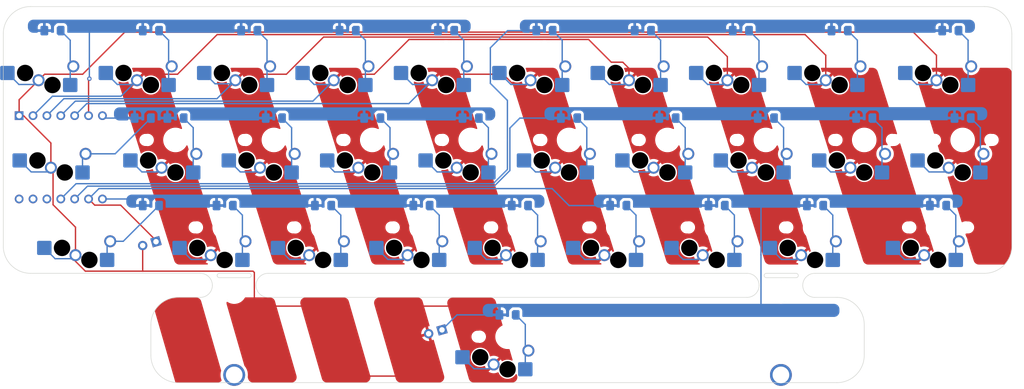
<source format=kicad_pcb>
(kicad_pcb (version 20221018) (generator pcbnew)
  (layers (0 "F.Cu" signal) (31 "B.Cu" signal) (34 "B.Paste" user) (35 "F.Paste" user) (36 "B.SilkS" user "B.Silkscreen") (37 "F.SilkS" user "F.Silkscreen") (38 "B.Mask" user) (39 "F.Mask" user) (44 "Edge.Cuts" user))
  (net 0 "")
  (net 1 "r1")
  (net 2 "Net-(D1-A)")
  (net 3 "Net-(D2-A)")
  (net 4 "Net-(D3-A)")
  (net 5 "Net-(D4-A)")
  (net 6 "Net-(D5-A)")
  (net 7 "r4")
  (net 8 "Net-(D6-A)")
  (net 9 "Net-(D7-A)")
  (net 10 "Net-(D8-A)")
  (net 11 "Net-(D9-A)")
  (net 12 "Net-(D10-A)")
  (net 13 "r2")
  (net 14 "Net-(D11-A)")
  (net 15 "Net-(D12-A)")
  (net 16 "Net-(D13-A)")
  (net 17 "Net-(D14-A)")
  (net 18 "Net-(D15-A)")
  (net 19 "r5")
  (net 20 "Net-(D16-A)")
  (net 21 "Net-(D17-A)")
  (net 22 "Net-(D18-A)")
  (net 23 "Net-(D19-A)")
  (net 24 "Net-(D20-A)")
  (net 25 "r3")
  (net 26 "Net-(D21-A)")
  (net 27 "Net-(D22-A)")
  (net 28 "Net-(D23-A)")
  (net 29 "Net-(D24-A)")
  (net 30 "Net-(D25-A)")
  (net 31 "r6")
  (net 32 "Net-(D26-A)")
  (net 33 "Net-(D27-A)")
  (net 34 "Net-(D28-A)")
  (net 35 "Net-(D29-A)")
  (net 36 "c1")
  (net 37 "c2")
  (net 38 "c3")
  (net 39 "c4")
  (net 40 "c5")
  (net 44 "Net-(D30-A)")
  (footprint "BeiBob:apfel_SW_MX_solder_choc_hotswap_nosilk" (layer "F.Cu") (at 202.5 64)
    (fp_text reference "SW9")
    (fp_text value "choc_SW_HS")
  )
  (footprint "marbastlib-mx:STAB_MX_P_6.25u" (layer "F.Cu") (at 141.75 116 180)
    (fp_text reference "S1" hide)
    (fp_text value "MX_stab")
  )
  (footprint "BeiBob:apfel_SW_MX_solder_choc_hotswap_nosilk" (layer "F.Cu") (at 81 80)
    (fp_text reference "SW12")
    (fp_text value "choc_SW_HS")
  )
  (footprint "BeiBob:apfel_SW_MX_solder_choc_hotswap_nosilk" (layer "F.Cu") (at 65.25 96)
    (fp_text reference "SW21")
    (fp_text value "choc_SW_HS")
  )
  (footprint "BeiBob:apfel_SW_MX_solder_choc_hotswap_nosilk" (layer "F.Cu") (at 141.75 116)
    (fp_text reference "SW30")
    (fp_text value "choc_SW_HS")
  )
  (footprint "BeiBob:apfel_SW_MX_solder_choc_hotswap_nosilk" (layer "F.Cu") (at 184.5 64)
    (fp_text reference "SW8")
    (fp_text value "choc_SW_HS")
  )
  (footprint "BeiBob:apfel_SW_MX_solder_choc_hotswap_nosilk" (layer "F.Cu") (at 117 80)
    (fp_text reference "SW14")
    (fp_text value "choc_SW_HS")
  )
  (footprint "Connector_PinHeader_2.54mm:PinHeader_2x01_P2.54mm_Vertical" (layer "F.Cu") (at 129.754384 114.742692 -163.9)
    (fp_text reference "J1" hide)
    (fp_text value "modular spacebar")
  )
  (footprint "BeiBob:apfel_SW_MX_solder_choc_hotswap_nosilk" (layer "F.Cu") (at 148.5 64)
    (fp_text reference "SW6")
    (fp_text value "choc_SW_HS")
  )
  (footprint "BeiBob:apfel_SW_MX_solder_choc_hotswap_nosilk" (layer "F.Cu") (at 58.5 64)
    (fp_text reference "SW1")
    (fp_text value "choc_SW_HS")
  )
  (footprint "BeiBob:apfel_SW_MX_solder_choc_hotswap_nosilk" (layer "F.Cu") (at 153 80)
    (fp_text reference "SW16")
    (fp_text value "choc_SW_HS")
  )
  (footprint "BeiBob:apfel_SW_MX_solder_choc_hotswap_nosilk" (layer "F.Cu") (at 198 96)
    (fp_text reference "SW28")
    (fp_text value "choc_SW_HS")
  )
  (footprint "BeiBob:apfel_SW_MX_solder_choc_hotswap_nosilk" (layer "F.Cu") (at 60.75 80)
    (fp_text reference "SW11")
    (fp_text value "choc_SW_HS")
  )
  (footprint "BeiBob:apfel_SW_MX_solder_choc_hotswap_nosilk" (layer "F.Cu") (at 222.75 64)
    (fp_text reference "SW10")
    (fp_text value "choc_SW_HS")
  )
  (footprint "BeiBob:apfel_SW_MX_solder_choc_hotswap_nosilk" (layer "F.Cu") (at 225 80)
    (fp_text reference "SW20")
    (fp_text value "choc_SW_HS")
  )
  (footprint "BeiBob:apfel_SW_MX_solder_choc_hotswap_nosilk" (layer "F.Cu") (at 126 96)
    (fp_text reference "SW24")
    (fp_text value "choc_SW_HS")
  )
  (footprint "BeiBob:apfel_SW_MX_solder_choc_hotswap_nosilk" (layer "F.Cu") (at 144 96)
    (fp_text reference "SW25")
    (fp_text value "choc_SW_HS")
  )
  (footprint "BeiBob:apfel_SW_MX_solder_choc_hotswap_nosilk" (layer "F.Cu") (at 220.5 96)
    (fp_text reference "SW29")
    (fp_text value "choc_SW_HS")
  )
  (footprint "BeiBob:apfel_SW_MX_solder_choc_hotswap_nosilk" (layer "F.Cu") (at 90 96)
    (fp_text reference "SW22")
    (fp_text value "choc_SW_HS")
  )
  (footprint "BeiBob:apfel_SW_MX_solder_choc_hotswap_nosilk" (layer "F.Cu") (at 166.5 64)
    (fp_text reference "SW7")
    (fp_text value "choc_SW_HS")
  )
  (footprint "BeiBob:apfel_SW_MX_solder_choc_hotswap_nosilk" (layer "F.Cu") (at 171 80)
    (fp_text reference "SW17")
    (fp_text value "choc_SW_HS")
  )
  (footprint "Connector_PinHeader_2.54mm:PinHeader_2x01_P2.54mm_Vertical" (layer "F.Cu") (at 77.440294 98.614252 -163.9)
    (fp_text reference "J2" hide)
    (fp_text value "connector for modular spacebar")
  )
  (footprint "BeiBob:apfel_SW_MX_solder_choc_hotswap_nosilk" (layer "F.Cu") (at 76.5 64)
    (fp_text reference "SW2")
    (fp_text value "choc_SW_HS")
  )
  (footprint "BeiBob:apfel_SW_MX_solder_choc_hotswap_nosilk" (layer "F.Cu") (at 130.5 64)
    (fp_text reference "SW5")
    (fp_text value "choc_SW_HS")
  )
  (footprint "BeiBob:apfel_SW_MX_solder_choc_hotswap_nosilk" (layer "F.Cu") (at 162 96)
    (fp_text reference "SW26")
    (fp_text value "choc_SW_HS")
  )
  (footprint "BeiBob:apfel_SW_MX_solder_choc_hotswap_nosilk" (layer "F.Cu") (at 108 96)
    (fp_text reference "SW23")
    (fp_text value "choc_SW_HS")
  )
  (footprint "BeiBob:apfel_SW_MX_solder_choc_hotswap_nosilk" (layer "F.Cu") (at 99 80)
    (fp_text reference "SW13")
    (fp_text value "choc_SW_HS")
  )
  (footprint "BeiBob:apfel_SW_MX_solder_choc_hotswap_nosilk" (layer "F.Cu") (at 94.5 64)
    (fp_text reference "SW3")
    (fp_text value "choc_SW_HS")
  )
  (footprint "BeiBob:apfel_SW_MX_solder_choc_hotswap_nosilk" (layer "F.Cu") (at 135 80)
    (fp_text reference "SW15")
    (fp_text value "choc_SW_HS")
  )
  (footprint "BeiBob:apfel_SW_MX_solder_choc_hotswap_nosilk" (layer "F.Cu") (at 112.5 64)
    (fp_text reference "SW4")
    (fp_text value "choc_SW_HS")
  )
  (footprint "BeiBob:apfel_SW_MX_solder_choc_hotswap_nosilk" (layer "F.Cu") (at 207 80)
    (fp_text reference "SW19")
    (fp_text value "choc_SW_HS")
  )
  (footprint "BeiBob:apfel_SW_MX_solder_choc_hotswap_nosilk" (layer "F.Cu") (at 180 96)
    (fp_text reference "SW27")
    (fp_text value "choc_SW_HS")
  )
  (footprint "BeiBob:apfel_SW_MX_solder_choc_hotswap_nosilk" (layer "F.Cu") (at 189 80)
    (fp_text reference "SW18")
    (fp_text value "choc_SW_HS")
  )
  (footprint "apfellib:D_1206_3216Metric_Pad1.42x1.75mm_HandSolder_nosilk" (layer "B.Cu") (at 76.5 92)
    (fp_text reference "D21" hide)
    (fp_text value "1N4148")
  )
  (footprint "apfellib:D_1206_3216Metric_Pad1.42x1.75mm_HandSolder_nosilk" (layer "B.Cu") (at 75.0125 76)
    (fp_text reference "D11" hide)
    (fp_text value "1N4148")
  )
  (footprint "apfellib:D_1206_3216Metric_Pad1.42x1.75mm_HandSolder_nosilk" (layer "B.Cu") (at 222.75 60)
    (fp_text reference "D10" hide)
    (fp_text value "1N4148")
  )
  (footprint "apfellib:D_1206_3216Metric_Pad1.42x1.75mm_HandSolder_nosilk" (layer "B.Cu") (at 180 92)
    (fp_text reference "D27" hide)
    (fp_text value "1N4148")
  )
  (footprint "apfellib:D_1206_3216Metric_Pad1.42x1.75mm_HandSolder_nosilk" (layer "B.Cu") (at 108 92)
    (fp_text reference "D23" hide)
    (fp_text value "1N4148")
  )
  (footprint "apfellib:D_1206_3216Metric_Pad1.42x1.75mm_HandSolder_nosilk" (layer "B.Cu") (at 225 76)
    (fp_text reference "D20" hide)
    (fp_text value "1N4148")
  )
  (footprint "apfellib:D_1206_3216Metric_Pad1.42x1.75mm_HandSolder_nosilk" (layer "B.Cu") (at 166.5 60)
    (fp_text reference "D7" hide)
    (fp_text value "1N4148")
  )
  (footprint "apfellib:D_1206_3216Metric_Pad1.42x1.75mm_HandSolder_nosilk" (layer "B.Cu") (at 126 92)
    (fp_text reference "D24" hide)
    (fp_text value "1N4148")
  )
  (footprint "apfellib:D_1206_3216Metric_Pad1.42x1.75mm_HandSolder_nosilk" (layer "B.Cu") (at 184.426915 60)
    (fp_text reference "D8" hide)
    (fp_text value "1N4148")
  )
  (footprint "apfellib:D_1206_3216Metric_Pad1.42x1.75mm_HandSolder_nosilk" (layer "B.Cu") (at 144 92)
    (fp_text reference "D25" hide)
    (fp_text value "1N4148")
  )
  (footprint "apfellib:D_1206_3216Metric_Pad1.42x1.75mm_HandSolder_nosilk" (layer "B.Cu") (at 207 76)
    (fp_text reference "D19" hide)
    (fp_text value "1N4148")
  )
  (footprint "apfellib:D_1206_3216Metric_Pad1.42x1.75mm_HandSolder_nosilk" (layer "B.Cu") (at 99 76)
    (fp_text reference "D13" hide)
    (fp_text value "1N4148")
  )
  (footprint "apfellib:D_1206_3216Metric_Pad1.42x1.75mm_HandSolder_nosilk" (layer "B.Cu") (at 162 92)
    (fp_text reference "D26" hide)
    (fp_text value "1N4148")
  )
  (footprint "apfellib:D_1206_3216Metric_Pad1.42x1.75mm_HandSolder_nosilk" (layer "B.Cu") (at 117 76)
    (fp_text reference "D14" hide)
    (fp_text value "1N4148")
  )
  (footprint "apfellib:D_1206_3216Metric_Pad1.42x1.75mm_HandSolder_nosilk" (layer "B.Cu") (at 135 76)
    (fp_text reference "D15" hide)
    (fp_text value "1N4148")
  )
  (footprint "apfellib:D_1206_3216Metric_Pad1.42x1.75mm_HandSolder_nosilk" (layer "B.Cu") (at 130.5 60)
    (fp_text reference "D5" hide)
    (fp_text value "1N4148")
  )
  (footprint "apfellib:D_1206_3216Metric_Pad1.42x1.75mm_HandSolder_nosilk" (layer "B.Cu") (at 58.5 60)
    (fp_text reference "D1" hide)
    (fp_text value "1N4148")
  )
  (footprint "apfellib:D_1206_3216Metric_Pad1.42x1.75mm_HandSolder_nosilk" (layer "B.Cu") (at 189 76)
    (fp_text reference "D18" hide)
    (fp_text value "1N4148")
  )
  (footprint "apfellib:D_1206_3216Metric_Pad1.42x1.75mm_HandSolder_nosilk" (layer "B.Cu") (at 90 92)
    (fp_text reference "D22" hide)
    (fp_text value "1N4148")
  )
  (footprint "apfellib:D_1206_3216Metric_Pad1.42x1.75mm_HandSolder_nosilk" (layer "B.Cu") (at 76.5 60)
    (fp_text reference "D2" hide)
    (fp_text value "1N4148")
  )
  (footprint "apfellib:D_1206_3216Metric_Pad1.42x1.75mm_HandSolder_nosilk" (layer "B.Cu") (at 198 92)
    (fp_text reference "D28" hide)
    (fp_text value "1N4148")
  )
  (footprint "apfellib:D_1206_3216Metric_Pad1.42x1.75mm_HandSolder_nosilk" (layer "B.Cu") (at 171 76)
    (fp_text reference "D17" hide)
    (fp_text value "1N4148")
  )
  (footprint "apfellib:D_1206_3216Metric_Pad1.42x1.75mm_HandSolder_nosilk" (layer "B.Cu") (at 153 76)
    (fp_text reference "D16" hide)
    (fp_text value "1N4148")
  )
  (footprint "apfellib:D_1206_3216Metric_Pad1.42x1.75mm_HandSolder_nosilk" (layer "B.Cu") (at 81 76)
    (fp_text reference "D12" hide)
    (fp_text value "1N4148")
  )
  (footprint "apfellib:D_1206_3216Metric_Pad1.42x1.75mm_HandSolder_nosilk" (layer "B.Cu") (at 112.5 60)
    (fp_text reference "D4" hide)
    (fp_text value "1N4148")
  )
  (footprint "BeiBob:apfel-xiao-tht" (layer "B.Cu") (at 60.01996 83.17999 -90)
    (fp_text reference "U1" hide)
    (fp_text value "SeeeduinoXIAO" hide)
  )
  (footprint "apfellib:D_1206_3216Metric_Pad1.42x1.75mm_HandSolder_nosilk" (layer "B.Cu") (at 220.5 92)
    (fp_text reference "D29" hide)
    (fp_text value "1N4148")
  )
  (footprint "apfellib:D_1206_3216Metric_Pad1.42x1.75mm_HandSolder_nosilk" (layer "B.Cu") (at 141.75 112)
    (fp_text reference "D30" hide)
    (fp_text value "1N4148")
  )
  (footprint "apfellib:D_1206_3216Metric_Pad1.42x1.75mm_HandSolder_nosilk" (layer "B.Cu") (at 94.5 60)
    (fp_text reference "D3" hide)
    (fp_text value "1N4148")
  )
  (footprint "apfellib:D_1206_3216Metric_Pad1.42x1.75mm_HandSolder_nosilk" (layer "B.Cu") (at 148.5 60)
    (fp_text reference "D6" hide)
    (fp_text value "1N4148")
  )
  (footprint "apfellib:D_1206_3216Metric_Pad1.42x1.75mm_HandSolder_nosilk" (layer "B.Cu") (at 202.5 60)
    (fp_text reference "D9" hide)
    (fp_text value "1N4148")
  )
  (gr_line (start 185.562 108.8) (end 97.938 108.8) (stroke (width 0.1)) (layer "Edge.Cuts"))
  (gr_arc (start 234 99.4) (mid 232.535534 102.935534) (end 229 104.4) (stroke (width 0.1)) (layer "Edge.Cuts"))
  (gr_line (start 202 108.8) (end 197.95 108.8) (stroke (width 0.1)) (layer "Edge.Cuts"))
  (gr_arc (start 94.4625 104.4) (mid 94.745343 104.517157) (end 94.8625 104.8) (stroke (width 0.1)) (layer "Edge.Cuts"))
  (gr_arc (start 229 55.6) (mid 232.535534 57.064466) (end 234 60.6) (stroke (width 0.1)) (layer "Edge.Cuts"))
  (gr_arc (start 54.5 104.4) (mid 50.964466 102.935534) (end 49.5 99.4) (stroke (width 0.1)) (layer "Edge.Cuts"))
  (gr_arc (start 207 119.4) (mid 205.535534 122.935534) (end 202 124.4) (stroke (width 0.1)) (layer "Edge.Cuts"))
  (gr_arc (start 94.8625 104.8) (mid 94.745343 105.082843) (end 94.4625 105.2) (stroke (width 0.1)) (layer "Edge.Cuts"))
  (gr_arc (start 97.938 108.8) (mid 96.382365 108.155635) (end 95.738 106.6) (stroke (width 0.1)) (layer "Edge.Cuts"))
  (gr_arc (start 195.75 106.6) (mid 196.394365 105.044365) (end 197.95 104.4) (stroke (width 0.1)) (layer "Edge.Cuts"))
  (gr_arc (start 85.55 104.4) (mid 87.105635 105.044365) (end 87.75 106.6) (stroke (width 0.1)) (layer "Edge.Cuts"))
  (gr_line (start 85.55 104.4) (end 54.5 104.4) (stroke (width 0.1)) (layer "Edge.Cuts"))
  (gr_arc (start 202 108.8) (mid 205.535534 110.264466) (end 207 113.8) (stroke (width 0.1)) (layer "Edge.Cuts"))
  (gr_line (start 81.5 108.8) (end 85.55 108.8) (stroke (width 0.1)) (layer "Edge.Cuts"))
  (gr_line (start 54.5 55.6) (end 229 55.6) (stroke (width 0.1)) (layer "Edge.Cuts"))
  (gr_arc (start 87.75 106.6) (mid 87.105635 108.155635) (end 85.55 108.8) (stroke (width 0.1)) (layer "Edge.Cuts"))
  (gr_arc (start 194.5315 104.4) (mid 194.814343 104.517157) (end 194.9315 104.8) (stroke (width 0.1)) (layer "Edge.Cuts"))
  (gr_arc (start 49.5 60.6) (mid 50.964466 57.064466) (end 54.5 55.6) (stroke (width 0.1)) (layer "Edge.Cuts"))
  (gr_line (start 207 113.8) (end 207 119.4) (stroke (width 0.1)) (layer "Edge.Cuts"))
  (gr_line (start 76.5 119.4) (end 76.5 113.8) (stroke (width 0.1)) (layer "Edge.Cuts"))
  (gr_arc (start 197.95 108.8) (mid 196.394365 108.155635) (end 195.75 106.6) (stroke (width 0.1)) (layer "Edge.Cuts"))
  (gr_arc (start 188.6935 104.8) (mid 188.810657 104.517157) (end 189.0935 104.4) (stroke (width 0.1)) (layer "Edge.Cuts"))
  (gr_line (start 49.5 99.4) (end 49.5 60.6) (stroke (width 0.1)) (layer "Edge.Cuts"))
  (gr_line (start 234 60.6) (end 234 99.4) (stroke (width 0.1)) (layer "Edge.Cuts"))
  (gr_arc (start 88.6245 104.8) (mid 88.741657 104.517157) (end 89.0245 104.4) (stroke (width 0.1)) (layer "Edge.Cuts"))
  (gr_arc (start 189.0935 105.2) (mid 188.810657 105.082843) (end 188.6935 104.8) (stroke (width 0.1)) (layer "Edge.Cuts"))
  (gr_line (start 195.75 106.6) (end 195.75 106.6) (stroke (width 0.1)) (layer "Edge.Cuts"))
  (gr_line (start 189.0935 104.4) (end 194.5315 104.4) (stroke (width 0.1)) (layer "Edge.Cuts"))
  (gr_arc (start 89.0245 105.2) (mid 88.741657 105.082843) (end 88.6245 104.8) (stroke (width 0.1)) (layer "Edge.Cuts"))
  (gr_line (start 87.75 106.6) (end 87.75 106.6) (stroke (width 0.1)) (layer "Edge.Cuts"))
  (gr_line (start 89.0245 104.4) (end 94.4625 104.4) (stroke (width 0.1)) (layer "Edge.Cuts"))
  (gr_arc (start 194.9315 104.8) (mid 194.814343 105.082843) (end 194.5315 105.2) (stroke (width 0.1)) (layer "Edge.Cuts"))
  (gr_line (start 185.562 104.4) (end 97.938 104.4) (stroke (width 0.1)) (layer "Edge.Cuts"))
  (gr_arc (start 76.5 113.8) (mid 77.964466 110.264466) (end 81.5 108.8) (stroke (width 0.1)) (layer "Edge.Cuts"))
  (gr_arc (start 81.5 124.4) (mid 77.964466 122.935534) (end 76.5 119.4) (stroke (width 0.1)) (layer "Edge.Cuts"))
  (gr_line (start 202 124.4) (end 81.5 124.4) (stroke (width 0.1)) (layer "Edge.Cuts"))
  (gr_line (start 194.5315 105.2) (end 189.0935 105.2) (stroke (width 0.1)) (layer "Edge.Cuts"))
  (gr_arc (start 95.738 106.6) (mid 96.382365 105.044365) (end 97.938 104.4) (stroke (width 0.1)) (layer "Edge.Cuts"))
  (gr_line (start 94.4625 105.2) (end 89.0245 105.2) (stroke (width 0.1)) (layer "Edge.Cuts"))
  (gr_arc (start 187.762 106.6) (mid 187.117635 108.155635) (end 185.562 108.8) (stroke (width 0.1)) (layer "Edge.Cuts"))
  (gr_line (start 229 104.4) (end 197.95 104.4) (stroke (width 0.1)) (layer "Edge.Cuts"))
  (gr_arc (start 185.562 104.4) (mid 187.117635 105.044365) (end 187.762 106.6) (stroke (width 0.1)) (layer "Edge.Cuts"))
  (segment (start 65.09996 68.95004) (end 65.25 68.8) (width 0.25) (layer "F.Cu") (net 1))
  (segment (start 65.09996 75.55999) (end 65.09996 68.95004) (width 0.25) (layer "F.Cu") (net 1))
  (via (at 65.25 68.8) (size 0.8) (drill 0.4) (layers "F.Cu" "B.Cu") (net 1))
  (segment (start 65.25 60) (end 75.0125 60) (width 0.25) (layer "B.Cu") (net 1))
  (segment (start 65.25 68.8) (end 65.25 60) (width 0.25) (layer "B.Cu") (net 1))
  (segment (start 61.745 61.7575) (end 61.745 69.95) (width 0.25) (layer "B.Cu") (net 2))
  (segment (start 59.9875 60) (end 61.745 61.7575) (width 0.25) (layer "B.Cu") (net 2))
  (segment (start 77.9875 60) (end 79.745 61.7575) (width 0.25) (layer "B.Cu") (net 3))
  (segment (start 79.745 61.7575) (end 79.745 69.95) (width 0.25) (layer "B.Cu") (net 3))
  (segment (start 95.9875 60) (end 97.745 61.7575) (width 0.25) (layer "B.Cu") (net 4))
  (segment (start 97.745 61.7575) (end 97.745 69.95) (width 0.25) (layer "B.Cu") (net 4))
  (segment (start 113.9875 60) (end 115.745 61.7575) (width 0.25) (layer "B.Cu") (net 5))
  (segment (start 115.745 61.7575) (end 115.745 69.95) (width 0.25) (layer "B.Cu") (net 5))
  (segment (start 131.9875 60) (end 133.745 61.7575) (width 0.25) (layer "B.Cu") (net 6))
  (segment (start 133.745 61.7575) (end 133.745 69.95) (width 0.25) (layer "B.Cu") (net 6))
  (segment (start 141.725 85.402316) (end 139.127316 88) (width 0.25) (layer "B.Cu") (net 7))
  (segment (start 141.75 60) (end 138.605 63.145) (width 0.25) (layer "B.Cu") (net 7))
  (segment (start 139.127316 88) (end 62.81995 88) (width 0.25) (layer "B.Cu") (net 7))
  (segment (start 141.725 72.775) (end 141.725 85.402316) (width 0.25) (layer "B.Cu") (net 7))
  (segment (start 62.81995 88) (end 60.01996 90.79999) (width 0.25) (layer "B.Cu") (net 7))
  (segment (start 138.605 63.145) (end 138.605 69.655) (width 0.25) (layer "B.Cu") (net 7))
  (segment (start 147.0125 60) (end 141.75 60) (width 0.25) (layer "B.Cu") (net 7))
  (segment (start 138.605 69.655) (end 141.725 72.775) (width 0.25) (layer "B.Cu") (net 7))
  (segment (start 151.745 61.7575) (end 151.745 69.95) (width 0.25) (layer "B.Cu") (net 8))
  (segment (start 149.9875 60) (end 151.745 61.7575) (width 0.25) (layer "B.Cu") (net 8))
  (segment (start 169.745 61.7575) (end 169.745 69.95) (width 0.25) (layer "B.Cu") (net 9))
  (segment (start 167.9875 60) (end 169.745 61.7575) (width 0.25) (layer "B.Cu") (net 9))
  (segment (start 185.914415 60) (end 187.745 61.830585) (width 0.25) (layer "B.Cu") (net 10))
  (segment (start 187.745 61.830585) (end 187.745 69.95) (width 0.25) (layer "B.Cu") (net 10))
  (segment (start 205.745 61.7575) (end 205.745 69.95) (width 0.25) (layer "B.Cu") (net 11))
  (segment (start 203.9875 60) (end 205.745 61.7575) (width 0.25) (layer "B.Cu") (net 11))
  (segment (start 225.995 61.7575) (end 225.995 69.95) (width 0.25) (layer "B.Cu") (net 12))
  (segment (start 224.2375 60) (end 225.995 61.7575) (width 0.25) (layer "B.Cu") (net 12))
  (segment (start 67.63996 75.55999) (end 68.07997 76) (width 0.25) (layer "B.Cu") (net 13))
  (segment (start 68.07997 76) (end 73.525 76) (width 0.25) (layer "B.Cu") (net 13))
  (segment (start 76.5 76) (end 69.96 82.54) (width 0.25) (layer "B.Cu") (net 14))
  (segment (start 63.995 85.95) (end 63.995 83.105) (width 0.25) (layer "B.Cu") (net 14))
  (segment (start 69.96 82.54) (end 64.56 82.54) (width 0.25) (layer "B.Cu") (net 14))
  (segment (start 63.995 83.105) (end 64.56 82.54) (width 0.25) (layer "B.Cu") (net 14))
  (segment (start 84.245 77.7575) (end 84.245 85.95) (width 0.25) (layer "B.Cu") (net 15))
  (segment (start 82.4875 76) (end 84.245 77.7575) (width 0.25) (layer "B.Cu") (net 15))
  (segment (start 100.4875 76) (end 102.245 77.7575) (width 0.25) (layer "B.Cu") (net 16))
  (segment (start 102.245 77.7575) (end 102.245 85.95) (width 0.25) (layer "B.Cu") (net 16))
  (segment (start 120.245 77.7575) (end 120.245 85.95) (width 0.25) (layer "B.Cu") (net 17))
  (segment (start 118.4875 76) (end 120.245 77.7575) (width 0.25) (layer "B.Cu") (net 17))
  (segment (start 138.245 77.7575) (end 138.245 85.95) (width 0.25) (layer "B.Cu") (net 18))
  (segment (start 136.4875 76) (end 138.245 77.7575) (width 0.25) (layer "B.Cu") (net 18))
  (segment (start 62.55996 90.79999) (end 64.90995 88.45) (width 0.25) (layer "B.Cu") (net 19))
  (segment (start 144 76) (end 151.5125 76) (width 0.25) (layer "B.Cu") (net 19))
  (segment (start 64.90995 88.45) (end 139.313712 88.45) (width 0.25) (layer "B.Cu") (net 19))
  (segment (start 139.313712 88.45) (end 142.175 85.588712) (width 0.25) (layer "B.Cu") (net 19))
  (segment (start 142.175 77.825) (end 144 76) (width 0.25) (layer "B.Cu") (net 19))
  (segment (start 142.175 85.588712) (end 142.175 77.825) (width 0.25) (layer "B.Cu") (net 19))
  (segment (start 154.4875 76) (end 156.245 77.7575) (width 0.25) (layer "B.Cu") (net 20))
  (segment (start 156.245 77.7575) (end 156.245 85.95) (width 0.25) (layer "B.Cu") (net 20))
  (segment (start 174.245 77.7575) (end 174.245 85.95) (width 0.25) (layer "B.Cu") (net 21))
  (segment (start 172.4875 76) (end 174.245 77.7575) (width 0.25) (layer "B.Cu") (net 21))
  (segment (start 190.4875 76) (end 192.245 77.7575) (width 0.25) (layer "B.Cu") (net 22))
  (segment (start 192.245 77.7575) (end 192.245 85.95) (width 0.25) (layer "B.Cu") (net 22))
  (segment (start 210.245 77.7575) (end 210.245 85.95) (width 0.25) (layer "B.Cu") (net 23))
  (segment (start 208.4875 76) (end 210.245 77.7575) (width 0.25) (layer "B.Cu") (net 23))
  (segment (start 226.4875 76) (end 228.245 77.7575) (width 0.25) (layer "B.Cu") (net 24))
  (segment (start 228.245 77.7575) (end 228.245 85.95) (width 0.25) (layer "B.Cu") (net 24))
  (segment (start 67.63996 90.79999) (end 73.81249 90.79999) (width 0.25) (layer "B.Cu") (net 25))
  (segment (start 68.495 99.105) (end 69.06 98.54) (width 0.25) (layer "B.Cu") (net 26))
  (segment (start 71.4475 98.54) (end 69.06 98.54) (width 0.25) (layer "B.Cu") (net 26))
  (segment (start 77.9875 92) (end 71.4475 98.54) (width 0.25) (layer "B.Cu") (net 26))
  (segment (start 68.495 101.95) (end 68.495 99.105) (width 0.25) (layer "B.Cu") (net 26))
  (segment (start 93.245 93.7575) (end 93.245 101.95) (width 0.25) (layer "B.Cu") (net 27))
  (segment (start 91.4875 92) (end 93.245 93.7575) (width 0.25) (layer "B.Cu") (net 27))
  (segment (start 111.245 93.7575) (end 111.245 101.95) (width 0.25) (layer "B.Cu") (net 28))
  (segment (start 109.4875 92) (end 111.245 93.7575) (width 0.25) (layer "B.Cu") (net 28))
  (segment (start 127.4875 92) (end 129.245 93.7575) (width 0.25) (layer "B.Cu") (net 29))
  (segment (start 129.245 93.7575) (end 129.245 101.95) (width 0.25) (layer "B.Cu") (net 29))
  (segment (start 145.4875 92) (end 147.245 93.7575) (width 0.25) (layer "B.Cu") (net 30))
  (segment (start 147.245 93.7575) (end 147.245 101.95) (width 0.25) (layer "B.Cu") (net 30))
  (segment (start 77.440294 98.400294) (end 70.96499 91.92499) (width 0.25) (layer "F.Cu") (net 31))
  (segment (start 77.440294 98.614252) (end 77.440294 98.400294) (width 0.25) (layer "F.Cu") (net 31))
  (segment (start 66.22496 91.92499) (end 65.09996 90.79999) (width 0.25) (layer "F.Cu") (net 31))
  (segment (start 70.96499 91.92499) (end 66.22496 91.92499) (width 0.25) (layer "F.Cu") (net 31))
  (segment (start 188.11 101.037316) (end 188.11 111.44) (width 0.25) (layer "B.Cu") (net 31))
  (segment (start 188.11 98.462684) (end 188.105 98.467684) (width 0.25) (layer "B.Cu") (net 31))
  (segment (start 188.105 98.467684) (end 188.105 101.032316) (width 0.25) (layer "B.Cu") (net 31))
  (segment (start 65.09996 90.79999) (end 66.99995 88.9) (width 0.25) (layer "B.Cu") (net 31))
  (segment (start 132.497076 112) (end 140.2625 112) (width 0.25) (layer "B.Cu") (net 31))
  (segment (start 153 92) (end 160.5125 92) (width 0.25) (layer "B.Cu") (net 31))
  (segment (start 129.754384 114.742692) (end 132.497076 112) (width 0.25) (layer "B.Cu") (net 31))
  (segment (start 149.9 88.9) (end 153 92) (width 0.25) (layer "B.Cu") (net 31))
  (segment (start 188.105 101.032316) (end 188.11 101.037316) (width 0.25) (layer "B.Cu") (net 31))
  (segment (start 66.99995 88.9) (end 149.9 88.9) (width 0.25) (layer "B.Cu") (net 31))
  (segment (start 188.11 91.93) (end 188.11 98.462684) (width 0.25) (layer "B.Cu") (net 31))
  (segment (start 163.4875 92) (end 165.245 93.7575) (width 0.25) (layer "B.Cu") (net 32))
  (segment (start 165.245 93.7575) (end 165.245 101.95) (width 0.25) (layer "B.Cu") (net 32))
  (segment (start 181.4875 92) (end 183.245 93.7575) (width 0.25) (layer "B.Cu") (net 33))
  (segment (start 183.245 93.7575) (end 183.245 101.95) (width 0.25) (layer "B.Cu") (net 33))
  (segment (start 201.245 93.7575) (end 201.245 101.95) (width 0.25) (layer "B.Cu") (net 34))
  (segment (start 199.4875 92) (end 201.245 93.7575) (width 0.25) (layer "B.Cu") (net 34))
  (segment (start 223.745 93.7575) (end 223.745 101.95) (width 0.25) (layer "B.Cu") (net 35))
  (segment (start 221.9875 92) (end 223.745 93.7575) (width 0.25) (layer "B.Cu") (net 35))
  (segment (start 64.506928 104) (end 95.18 104) (width 0.25) (layer "F.Cu") (net 36))
  (segment (start 113.59944 123.2) (end 124.900559 123.2) (width 0.25) (layer "F.Cu") (net 36))
  (segment (start 64.025 67.975) (end 71.725 60.275) (width 0.25) (layer "F.Cu") (net 36))
  (segment (start 57.065 67.975) (end 64.025 67.975) (width 0.25) (layer "F.Cu") (net 36))
  (segment (start 95.43 104.25) (end 95.43 109.35) (width 0.25) (layer "F.Cu") (net 36))
  (segment (start 62.71 101.08) (end 62.71 102.203072) (width 0.25) (layer "F.Cu") (net 36))
  (segment (start 215.975 60.275) (end 220.21 64.51) (width 0.25) (layer "F.Cu") (net 36))
  (segment (start 58.60496 91.85496) (end 62.71 95.96) (width 0.25) (layer "F.Cu") (net 36))
  (segment (start 122.59944 110.4) (end 133.900559 110.4) (width 0.25) (layer "F.Cu") (net 36))
  (segment (start 55.96 69.08) (end 57.065 67.975) (width 0.25) (layer "F.Cu") (net 36))
  (segment (start 58.60496 85.47496) (end 58.60496 91.85496) (width 0.25) (layer "F.Cu") (net 36))
  (segment (start 53.19996 75.55999) (end 58.21 80.57003) (width 0.25) (layer "F.Cu") (net 36))
  (segment (start 62.71 102.203072) (end 64.506928 104) (width 0.25) (layer "F.Cu") (net 36))
  (segment (start 95.18 104) (end 95.43 104.25) (width 0.25) (layer "F.Cu") (net 36))
  (segment (start 58.21 80.57003) (end 58.21 85.08) (width 0.25) (layer "F.Cu") (net 36))
  (segment (start 52.39996 72.64004) (end 52.39996 75.55999) (width 0.25) (layer "F.Cu") (net 36))
  (segment (start 220.21 64.51) (end 220.21 69.08) (width 0.25) (layer "F.Cu") (net 36))
  (segment (start 71.725 60.275) (end 215.975 60.275) (width 0.25) (layer "F.Cu") (net 36))
  (segment (start 58.21 85.08) (end 58.60496 85.47496) (width 0.25) (layer "F.Cu") (net 36))
  (segment (start 62.71 95.96) (end 62.71 101.08) (width 0.25) (layer "F.Cu") (net 36))
  (segment (start 74.999915 99.318631) (end 75 99.318716) (width 0.25) (layer "F.Cu") (net 36))
  (segment (start 75 99.318716) (end 75 104) (width 0.25) (layer "F.Cu") (net 36))
  (segment (start 95.43 109.35) (end 96.48 110.4) (width 0.25) (layer "F.Cu") (net 36))
  (segment (start 96.48 110.4) (end 109.05 110.4) (width 0.25) (layer "F.Cu") (net 36))
  (segment (start 52.39996 75.55999) (end 53.19996 75.55999) (width 0.25) (layer "F.Cu") (net 36))
  (segment (start 55.96 69.08) (end 52.39996 72.64004) (width 0.25) (layer "F.Cu") (net 36))
  (segment (start 221.684673 85.855327) (end 222.46 85.08) (width 0.25) (layer "B.Cu") (net 36))
  (segment (start 216.610327 69.855327) (end 219.434673 69.855327) (width 0.25) (layer "B.Cu") (net 36))
  (segment (start 52.505 83.75) (end 54.610327 85.855327) (width 0.25) (layer "B.Cu") (net 36))
  (segment (start 214.505 67.75) (end 216.610327 69.855327) (width 0.25) (layer "B.Cu") (net 36))
  (segment (start 138.434673 121.855327) (end 139.21 121.08) (width 0.25) (layer "B.Cu") (net 36))
  (segment (start 55.184673 69.855327) (end 55.96 69.08) (width 0.25) (layer "B.Cu") (net 36))
  (segment (start 219.434673 69.855327) (end 220.21 69.08) (width 0.25) (layer "B.Cu") (net 36))
  (segment (start 216.755 83.75) (end 218.860327 85.855327) (width 0.25) (layer "B.Cu") (net 36))
  (segment (start 52.360327 69.855327) (end 55.184673 69.855327) (width 0.25) (layer "B.Cu") (net 36))
  (segment (start 133.505 119.75) (end 135.610327 121.855327) (width 0.25) (layer "B.Cu") (net 36))
  (segment (start 218.860327 85.855327) (end 221.684673 85.855327) (width 0.25) (layer "B.Cu") (net 36))
  (segment (start 57.434673 85.855327) (end 58.21 85.08) (width 0.25) (layer "B.Cu") (net 36))
  (segment (start 54.610327 85.855327) (end 57.434673 85.855327) (width 0.25) (layer "B.Cu") (net 36))
  (segment (start 50.255 67.75) (end 52.360327 69.855327) (width 0.25) (layer "B.Cu") (net 36))
  (segment (start 57.005 99.75) (end 58.98 101.725) (width 0.25) (layer "B.Cu") (net 36))
  (segment (start 58.98 101.725) (end 62.065 101.725) (width 0.25) (layer "B.Cu") (net 36))
  (segment (start 62.065 101.725) (end 62.71 101.08) (width 0.25) (layer "B.Cu") (net 36))
  (segment (start 135.610327 121.855327) (end 138.434673 121.855327) (width 0.25) (layer "B.Cu") (net 36))
  (segment (start 73.96 69.08) (end 75.065 67.975) (width 0.25) (layer "F.Cu") (net 37))
  (segment (start 88.625 60.725) (end 196.175 60.725) (width 0.25) (layer "F.Cu") (net 37))
  (segment (start 199.96 64.51) (end 199.96 69.08) (width 0.25) (layer "F.Cu") (net 37))
  (segment (start 81.375 67.975) (end 88.625 60.725) (width 0.25) (layer "F.Cu") (net 37))
  (segment (start 75.065 67.975) (end 81.375 67.975) (width 0.25) (layer "F.Cu") (net 37))
  (segment (start 196.175 60.725) (end 199.96 64.51) (width 0.25) (layer "F.Cu") (net 37))
  (segment (start 70.360327 69.855327) (end 73.184673 69.855327) (width 0.25) (layer "B.Cu") (net 37))
  (segment (start 212.255 99.75) (end 214.360327 101.855327) (width 0.25) (layer "B.Cu") (net 37))
  (segment (start 72.755 83.75) (end 74.860327 85.855327) (width 0.25) (layer "B.Cu") (net 37))
  (segment (start 68.255 67.75) (end 70.360327 69.855327) (width 0.25) (layer "B.Cu") (net 37))
  (segment (start 73.96 69.08) (end 71.04 72) (width 0.25) (layer "B.Cu") (net 37))
  (segment (start 81.755 99.75) (end 83.860327 101.855327) (width 0.25) (layer "B.Cu") (net 37))
  (segment (start 74.860327 85.855327) (end 77.684673 85.855327) (width 0.25) (layer "B.Cu") (net 37))
  (segment (start 58.49995 72) (end 54.93996 75.55999) (width 0.25) (layer "B.Cu") (net 37))
  (segment (start 214.360327 101.855327) (end 217.184673 101.855327) (width 0.25) (layer "B.Cu") (net 37))
  (segment (start 86.684673 101.855327) (end 87.46 101.08) (width 0.25) (layer "B.Cu") (net 37))
  (segment (start 217.184673 101.855327) (end 217.96 101.08) (width 0.25) (layer "B.Cu") (net 37))
  (segment (start 200.860327 85.855327) (end 203.684673 85.855327) (width 0.25) (layer "B.Cu") (net 37))
  (segment (start 77.684673 85.855327) (end 78.46 85.08) (width 0.25) (layer "B.Cu") (net 37))
  (segment (start 198.755 83.75) (end 200.860327 85.855327) (width 0.25) (layer "B.Cu") (net 37))
  (segment (start 199.184673 69.855327) (end 199.96 69.08) (width 0.25) (layer "B.Cu") (net 37))
  (segment (start 83.860327 101.855327) (end 86.684673 101.855327) (width 0.25) (layer "B.Cu") (net 37))
  (segment (start 196.360327 69.855327) (end 199.184673 69.855327) (width 0.25) (layer "B.Cu") (net 37))
  (segment (start 71.04 72) (end 58.49995 72) (width 0.25) (layer "B.Cu") (net 37))
  (segment (start 194.255 67.75) (end 196.360327 69.855327) (width 0.25) (layer "B.Cu") (net 37))
  (segment (start 73.184673 69.855327) (end 73.96 69.08) (width 0.25) (layer "B.Cu") (net 37))
  (segment (start 203.684673 85.855327) (end 204.46 85.08) (width 0.25) (layer "B.Cu") (net 37))
  (segment (start 101.292588 67.975) (end 108.092588 61.175) (width 0.25) (layer "F.Cu") (net 38))
  (segment (start 178.362767 61.175) (end 181.96 64.772233) (width 0.25) (layer "F.Cu") (net 38))
  (segment (start 91.96 69.08) (end 93.065 67.975) (width 0.25) (layer "F.Cu") (net 38))
  (segment (start 93.065 67.975) (end 101.292588 67.975) (width 0.25) (layer "F.Cu") (net 38))
  (segment (start 181.96 64.772233) (end 181.96 69.08) (width 0.25) (layer "F.Cu") (net 38))
  (segment (start 108.092588 61.175) (end 178.362767 61.175) (width 0.25) (layer "F.Cu") (net 38))
  (segment (start 99.755 99.75) (end 101.860327 101.855327) (width 0.25) (layer "B.Cu") (net 38))
  (segment (start 191.860327 101.855327) (end 194.684673 101.855327) (width 0.25) (layer "B.Cu") (net 38))
  (segment (start 178.360327 69.855327) (end 181.184673 69.855327) (width 0.25) (layer "B.Cu") (net 38))
  (segment (start 92.860327 85.855327) (end 95.684673 85.855327) (width 0.25) (layer "B.Cu") (net 38))
  (segment (start 194.684673 101.855327) (end 195.46 101.08) (width 0.25) (layer "B.Cu") (net 38))
  (segment (start 86.255 67.75) (end 88.23 69.725) (width 0.25) (layer "B.Cu") (net 38))
  (segment (start 176.255 67.75) (end 178.360327 69.855327) (width 0.25) (layer "B.Cu") (net 38))
  (segment (start 60.58995 72.45) (end 88.59 72.45) (width 0.25) (layer "B.Cu") (net 38))
  (segment (start 91.315 69.725) (end 91.96 69.08) (width 0.25) (layer "B.Cu") (net 38))
  (segment (start 181.184673 69.855327) (end 181.96 69.08) (width 0.25) (layer "B.Cu") (net 38))
  (segment (start 189.755 99.75) (end 191.860327 101.855327) (width 0.25) (layer "B.Cu") (net 38))
  (segment (start 57.47996 75.55999) (end 60.58995 72.45) (width 0.25) (layer "B.Cu") (net 38))
  (segment (start 182.860327 85.855327) (end 185.684673 85.855327) (width 0.25) (layer "B.Cu") (net 38))
  (segment (start 185.684673 85.855327) (end 186.46 85.08) (width 0.25) (layer "B.Cu") (net 38))
  (segment (start 104.684673 101.855327) (end 105.46 101.08) (width 0.25) (layer "B.Cu") (net 38))
  (segment (start 101.860327 101.855327) (end 104.684673 101.855327) (width 0.25) (layer "B.Cu") (net 38))
  (segment (start 88.23 69.725) (end 91.315 69.725) (width 0.25) (layer "B.Cu") (net 38))
  (segment (start 88.59 72.45) (end 91.96 69.08) (width 0.25) (layer "B.Cu") (net 38))
  (segment (start 90.755 83.75) (end 92.860327 85.855327) (width 0.25) (layer "B.Cu") (net 38))
  (segment (start 180.755 83.75) (end 182.860327 85.855327) (width 0.25) (layer "B.Cu") (net 38))
  (segment (start 95.684673 85.855327) (end 96.46 85.08) (width 0.25) (layer "B.Cu") (net 38))
  (segment (start 117.375 67.975) (end 123.725 61.625) (width 0.25) (layer "F.Cu") (net 39))
  (segment (start 123.725 61.625) (end 156.575 61.625) (width 0.25) (layer "F.Cu") (net 39))
  (segment (start 162.825 65.775) (end 163.96 66.91) (width 0.25) (layer "F.Cu") (net 39))
  (segment (start 156.575 61.625) (end 160.725 65.775) (width 0.25) (layer "F.Cu") (net 39))
  (segment (start 160.725 65.775) (end 162.825 65.775) (width 0.25) (layer "F.Cu") (net 39))
  (segment (start 163.96 66.91) (end 163.96 69.08) (width 0.25) (layer "F.Cu") (net 39))
  (segment (start 111.065 67.975) (end 117.375 67.975) (width 0.25) (layer "F.Cu") (net 39))
  (segment (start 109.96 69.08) (end 111.065 67.975) (width 0.25) (layer "F.Cu") (net 39))
  (segment (start 160.360327 69.855327) (end 163.184673 69.855327) (width 0.25) (layer "B.Cu") (net 39))
  (segment (start 171.755 99.75) (end 173.860327 101.855327) (width 0.25) (layer "B.Cu") (net 39))
  (segment (start 167.684673 85.855327) (end 168.46 85.08) (width 0.25) (layer "B.Cu") (net 39))
  (segment (start 108.755 84.505) (end 110.105327 85.855327) (width 0.25) (layer "B.Cu") (net 39))
  (segment (start 108.755 83.75) (end 108.755 84.505) (width 0.25) (layer "B.Cu") (net 39))
  (segment (start 176.684673 101.855327) (end 177.46 101.08) (width 0.25) (layer "B.Cu") (net 39))
  (segment (start 164.860327 85.855327) (end 167.684673 85.855327) (width 0.25) (layer "B.Cu") (net 39))
  (segment (start 158.255 67.75) (end 160.360327 69.855327) (width 0.25) (layer "B.Cu") (net 39))
  (segment (start 119.860327 101.855327) (end 122.684673 101.855327) (width 0.25) (layer "B.Cu") (net 39))
  (segment (start 110.105327 85.855327) (end 113.684673 85.855327) (width 0.25) (layer "B.Cu") (net 39))
  (segment (start 162.755 83.75) (end 164.860327 85.855327) (width 0.25) (layer "B.Cu") (net 39))
  (segment (start 106.14 72.9) (end 109.96 69.08) (width 0.25) (layer "B.Cu") (net 39))
  (segment (start 173.860327 101.855327) (end 176.684673 101.855327) (width 0.25) (layer "B.Cu") (net 39))
  (segment (start 62.67995 72.9) (end 106.14 72.9) (width 0.25) (layer "B.Cu") (net 39))
  (segment (start 163.184673 69.855327) (end 163.96 69.08) (width 0.25) (layer "B.Cu") (net 39))
  (segment (start 104.255 67.75) (end 106.360327 69.855327) (width 0.25) (layer "B.Cu") (net 39))
  (segment (start 60.01996 75.55999) (end 62.67995 72.9) (width 0.25) (layer "B.Cu") (net 39))
  (segment (start 122.684673 101.855327) (end 123.46 101.08) (width 0.25) (layer "B.Cu") (net 39))
  (segment (start 117.755 99.75) (end 119.860327 101.855327) (width 0.25) (layer "B.Cu") (net 39))
  (segment (start 113.684673 85.855327) (end 114.46 85.08) (width 0.25) (layer "B.Cu") (net 39))
  (segment (start 106.360327 69.855327) (end 109.184673 69.855327) (width 0.25) (layer "B.Cu") (net 39))
  (segment (start 109.184673 69.855327) (end 109.96 69.08) (width 0.25) (layer "B.Cu") (net 39))
  (segment (start 145.04 70) (end 145.96 69.08) (width 0.25) (layer "F.Cu") (net 40))
  (segment (start 129.065 67.975) (end 140.931928 67.975) (width 0.25) (layer "F.Cu") (net 40))
  (segment (start 142.956928 70) (end 145.04 70) (width 0.25) (layer "F.Cu") (net 40))
  (segment (start 127.96 69.08) (end 129.065 67.975) (width 0.25) (layer "F.Cu") (net 40))
  (segment (start 140.931928 67.975) (end 142.956928 70) (width 0.25) (layer "F.Cu") (net 40))
  (segment (start 146.860327 85.855327) (end 149.684673 85.855327) (width 0.25) (layer "B.Cu") (net 40))
  (segment (start 140.684673 101.855327) (end 141.46 101.08) (width 0.25) (layer "B.Cu") (net 40))
  (segment (start 155.860327 101.855327) (end 158.684673 101.855327) (width 0.25) (layer "B.Cu") (net 40))
  (segment (start 64.76995 73.35) (end 123.69 73.35) (width 0.25) (layer "B.Cu") (net 40))
  (segment (start 149.684673 85.855327) (end 150.46 85.08) (width 0.25) (layer "B.Cu") (net 40))
  (segment (start 122.255 67.75) (end 124.360327 69.855327) (width 0.25) (layer "B.Cu") (net 40))
  (segment (start 142.360327 69.855327) (end 145.184673 69.855327) (width 0.25) (layer "B.Cu") (net 40))
  (segment (start 128.860327 85.855327) (end 131.684673 85.855327) (width 0.25) (layer "B.Cu") (net 40))
  (segment (start 124.360327 69.855327) (end 127.184673 69.855327) (width 0.25) (layer "B.Cu") (net 40))
  (segment (start 135.755 99.75) (end 137.860327 101.855327) (width 0.25) (layer "B.Cu") (net 40))
  (segment (start 62.55996 75.55999) (end 64.76995 73.35) (width 0.25) (layer "B.Cu") (net 40))
  (segment (start 144.755 83.75) (end 146.860327 85.855327) (width 0.25) (layer "B.Cu") (net 40))
  (segment (start 153.755 99.75) (end 155.860327 101.855327) (width 0.25) (layer "B.Cu") (net 40))
  (segment (start 140.255 67.75) (end 142.360327 69.855327) (width 0.25) (layer "B.Cu") (net 40))
  (segment (start 126.755 83.75) (end 128.860327 85.855327) (width 0.25) (layer "B.Cu") (net 40))
  (segment (start 145.184673 69.855327) (end 145.96 69.08) (width 0.25) (layer "B.Cu") (net 40))
  (segment (start 131.684673 85.855327) (end 132.46 85.08) (width 0.25) (layer "B.Cu") (net 40))
  (segment (start 158.684673 101.855327) (end 159.46 101.08) (width 0.25) (layer "B.Cu") (net 40))
  (segment (start 137.860327 101.855327) (end 140.684673 101.855327) (width 0.25) (layer "B.Cu") (net 40))
  (segment (start 127.184673 69.855327) (end 127.96 69.08) (width 0.25) (layer "B.Cu") (net 40))
  (segment (start 123.69 73.35) (end 127.96 69.08) (width 0.25) (layer "B.Cu") (net 40))
  (segment (start 143.2375 112) (end 144.995 113.7575) (width 0.25) (layer "B.Cu") (net 44))
  (segment (start 144.995 113.7575) (end 144.995 121.95) (width 0.25) (layer "B.Cu") (net 44))
  (zone (net 39) (net_name "c4") (layer "F.Cu") (priority 1) (connect_pads (clearance 0.5)) (min_thickness 0.25) (fill yes (thermal_gap 0.5) (thermal_bridge_width 0.5) (smoothing fillet) (radius 1))
    (polygon (pts (xy 105.75 66.8) (xy 117 102.8) (xy 126 102.8) (xy 114.75 66.8)))
  )
  (zone (net 36) (net_name "c1") (layer "F.Cu") (priority 1) (connect_pads (clearance 0.5)) (min_thickness 0.25) (fill yes (thermal_gap 0.5) (thermal_bridge_width 0.5) (smoothing fillet) (radius 1))
    (polygon (pts (xy 103.5 108.8) (xy 108 124.4) (xy 117 124.4) (xy 112.5 108.8)))
  )
  (zone (net 38) (net_name "c3") (layer "F.Cu") (priority 1) (connect_pads (clearance 0.5)) (min_thickness 0.25) (fill yes (thermal_gap 0.5) (thermal_bridge_width 0.5) (smoothing fillet) (radius 1))
    (polygon (pts (xy 177.75 66.8) (xy 189 102.8) (xy 198 102.8) (xy 186.75 66.8)))
  )
  (zone (net 36) (net_name "c1") (layer "F.Cu") (priority 1) (connect_pads (clearance 0.5)) (min_thickness 0.25) (fill yes (thermal_gap 0.5) (thermal_bridge_width 0.5) (smoothing fillet) (radius 1))
    (polygon (pts (xy 117 108.8) (xy 121.5 124.4) (xy 130.5 124.4) (xy 126 108.8)))
  )
  (zone (net 36) (net_name "c1") (layer "F.Cu") (priority 1) (connect_pads (clearance 0.5)) (min_thickness 0.25) (fill yes (thermal_gap 0.5) (thermal_bridge_width 0.5) (smoothing fillet) (radius 1))
    (polygon (pts (xy 76.5 108.8) (xy 81 124.4) (xy 90 124.4) (xy 85.5 108.8)))
  )
  (zone (net 37) (net_name "c2") (layer "F.Cu") (priority 1) (connect_pads (clearance 0.5)) (min_thickness 0.25) (fill yes (thermal_gap 0.5) (thermal_bridge_width 0.5) (smoothing fillet) (radius 1))
    (polygon (pts (xy 69.75 66.8) (xy 81 102.8) (xy 90 102.8) (xy 78.75 66.8)))
  )
  (zone (net 39) (net_name "c4") (layer "F.Cu") (priority 1) (connect_pads (clearance 0.5)) (min_thickness 0.25) (fill yes (thermal_gap 0.5) (thermal_bridge_width 0.5) (smoothing fillet) (radius 1))
    (polygon (pts (xy 159.75 66.8) (xy 171 102.8) (xy 180 102.8) (xy 168.75 66.8)))
  )
  (zone (net 40) (net_name "c5") (layer "F.Cu") (priority 1) (connect_pads (clearance 0.5)) (min_thickness 0.25) (fill yes (thermal_gap 0.5) (thermal_bridge_width 0.5) (smoothing fillet) (radius 1))
    (polygon (pts (xy 141.75 66.8) (xy 153 102.8) (xy 162 102.8) (xy 150.75 66.8)))
  )
  (zone (net 37) (net_name "c2") (layer "F.Cu") (priority 1) (connect_pads (clearance 0.5)) (min_thickness 0.25) (fill yes (thermal_gap 0.5) (thermal_bridge_width 0.5) (smoothing fillet) (radius 1))
    (polygon (pts (xy 195.75 66.8) (xy 207 102.8) (xy 220.5 102.8) (xy 209.25 66.8)))
  )
  (zone (net 36) (net_name "c1") (layer "F.Cu") (priority 1) (connect_pads (clearance 0.5)) (min_thickness 0.25) (fill yes (thermal_gap 0.5) (thermal_bridge_width 0.5) (smoothing fillet) (radius 1))
    (polygon (pts (xy 216 66.8) (xy 227.25 102.8) (xy 236.25 102.8) (xy 236.25 66.8)))
  )
  (zone (net 36) (net_name "c1") (layer "F.Cu") (priority 1) (connect_pads (clearance 0.5)) (min_thickness 0.25) (fill yes (thermal_gap 0.5) (thermal_bridge_width 0.5) (smoothing fillet) (radius 1))
    (polygon (pts (xy 90 108.8) (xy 94.5 124.4) (xy 103.5 124.4) (xy 99 108.8)))
  )
  (zone (net 38) (net_name "c3") (layer "F.Cu") (priority 1) (connect_pads (clearance 0.5)) (min_thickness 0.25) (fill yes (thermal_gap 0.5) (thermal_bridge_width 0.5) (smoothing fillet) (radius 1))
    (polygon (pts (xy 87.75 66.8) (xy 99 102.8) (xy 108 102.8) (xy 96.75 66.8)))
  )
  (zone (net 36) (net_name "c1") (layer "F.Cu") (priority 1) (connect_pads (clearance 0.5)) (min_thickness 0.25) (fill yes (thermal_gap 0.5) (thermal_bridge_width 0.5) (smoothing fillet) (radius 1))
    (polygon (pts (xy 130.386121 108.835587) (xy 134.886121 124.435587) (xy 143.886121 124.435587) (xy 139.386121 108.835587)))
  )
  (zone (net 40) (net_name "c5") (layer "F.Cu") (priority 1) (connect_pads (clearance 0.5)) (min_thickness 0.25) (fill yes (thermal_gap 0.5) (thermal_bridge_width 0.5) (smoothing fillet) (radius 1))
    (polygon (pts (xy 123.75 66.8) (xy 135 102.8) (xy 144 102.8) (xy 132.75 66.8)))
  )
  (zone (net 13) (net_name "r2") (layer "B.Cu") (connect_pads (clearance 0.5)) (min_thickness 0.25) (fill yes (thermal_gap 0.5) (thermal_bridge_width 0.5) (smoothing fillet) (radius 1))
    (polygon (pts (xy 69.75 74.042113) (xy 69.75 76.442113) (xy 139.5 76.442113) (xy 139.5 74.042113)))
  )
  (zone (net 31) (net_name "r6") (layer "B.Cu") (connect_pads (clearance 0.5)) (min_thickness 0.25) (fill yes (thermal_gap 0.5) (thermal_bridge_width 0.5) (smoothing fillet) (radius 1))
    (polygon (pts (xy 157.5 90) (xy 157.5 92.4) (xy 225 92.4) (xy 225 90)))
  )
  (zone (net 1) (net_name "r1") (layer "B.Cu") (connect_pads (clearance 0.5)) (min_thickness 0.25) (fill yes (thermal_gap 0.5) (thermal_bridge_width 0.5) (smoothing fillet) (radius 1))
    (polygon (pts (xy 54 58) (xy 54 60.4) (xy 135 60.4) (xy 135 58)))
  )
  (zone (net 25) (net_name "r3") (layer "B.Cu") (connect_pads (clearance 0.5)) (min_thickness 0.25) (fill yes (thermal_gap 0.5) (thermal_bridge_width 0.5) (smoothing fillet) (radius 1))
    (polygon (pts (xy 72 90) (xy 72 92.4) (xy 148.5 92.4) (xy 148.5 90)))
  )
  (zone (net 31) (net_name "r6") (layer "B.Cu") (connect_pads (clearance 0.5)) (min_thickness 0.25) (fill yes (thermal_gap 0.5) (thermal_bridge_width 0.5) (smoothing fillet) (radius 1))
    (polygon (pts (xy 137.21 109.98) (xy 137.21 112.38) (xy 202.46 112.38) (xy 202.46 109.98)))
  )
  (zone (net 19) (net_name "r5") (layer "B.Cu") (connect_pads (clearance 0.5)) (min_thickness 0.25) (fill yes (thermal_gap 0.5) (thermal_bridge_width 0.5) (smoothing fillet) (radius 1))
    (polygon (pts (xy 148.5 74) (xy 148.5 76.4) (xy 229.5 76.4) (xy 229.5 74)))
  )
  (zone (net 7) (net_name "r4") (layer "B.Cu") (connect_pads (clearance 0.5)) (min_thickness 0.25) (fill yes (thermal_gap 0.5) (thermal_bridge_width 0.5) (smoothing fillet) (radius 1))
    (polygon (pts (xy 144 58) (xy 144 60.4) (xy 227.25 60.4) (xy 227.25 58)))
  )
)
</source>
